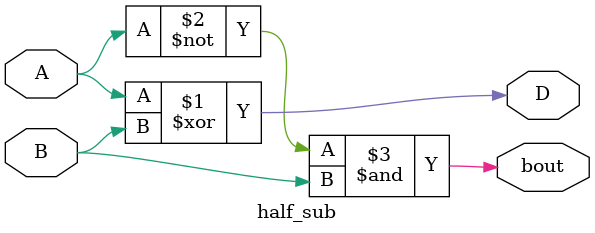
<source format=v>
`timescale 1ns / 1ps


module half_sub(A,B,D,bout);
input A,B;
output D,bout;

xor(D,A,B);
and(bout,~A,B);

endmodule

</source>
